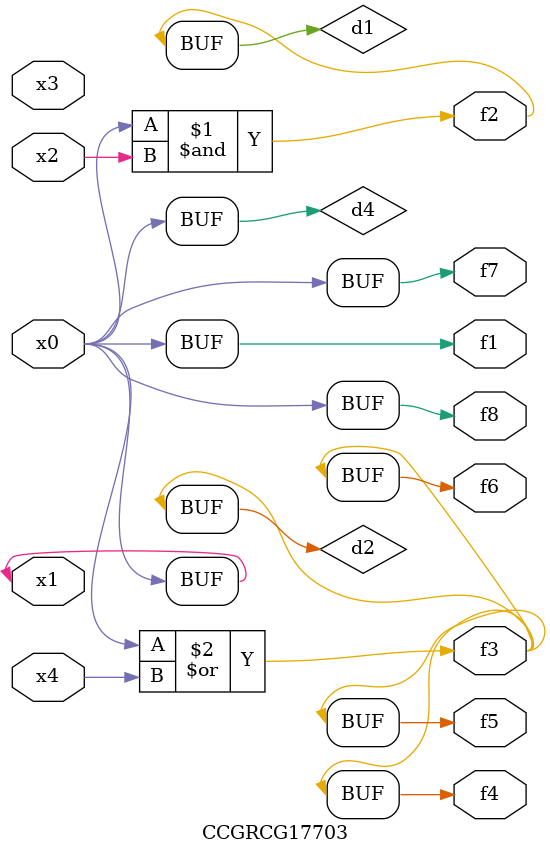
<source format=v>
module CCGRCG17703(
	input x0, x1, x2, x3, x4,
	output f1, f2, f3, f4, f5, f6, f7, f8
);

	wire d1, d2, d3, d4;

	and (d1, x0, x2);
	or (d2, x0, x4);
	nand (d3, x0, x2);
	buf (d4, x0, x1);
	assign f1 = d4;
	assign f2 = d1;
	assign f3 = d2;
	assign f4 = d2;
	assign f5 = d2;
	assign f6 = d2;
	assign f7 = d4;
	assign f8 = d4;
endmodule

</source>
